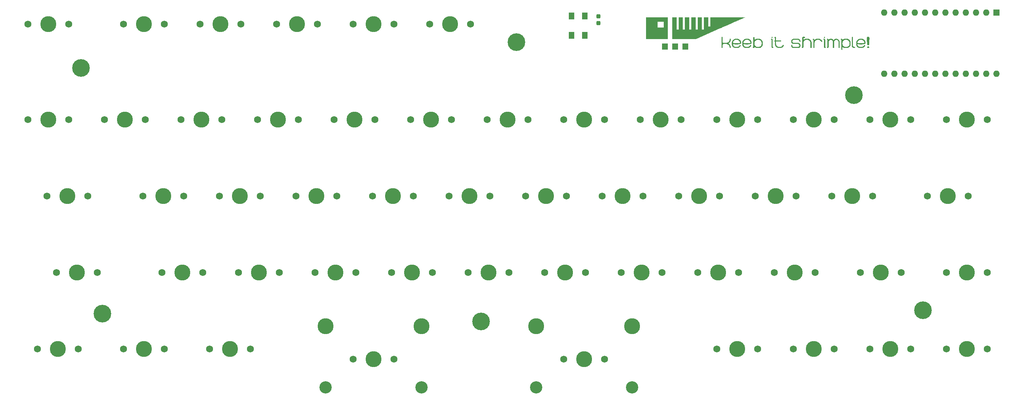
<source format=gts>
%TF.GenerationSoftware,KiCad,Pcbnew,8.0.4*%
%TF.CreationDate,2025-01-19T23:05:40-05:00*%
%TF.ProjectId,shrimple,73687269-6d70-46c6-952e-6b696361645f,rev?*%
%TF.SameCoordinates,Original*%
%TF.FileFunction,Soldermask,Top*%
%TF.FilePolarity,Negative*%
%FSLAX46Y46*%
G04 Gerber Fmt 4.6, Leading zero omitted, Abs format (unit mm)*
G04 Created by KiCad (PCBNEW 8.0.4) date 2025-01-19 23:05:40*
%MOMM*%
%LPD*%
G01*
G04 APERTURE LIST*
G04 Aperture macros list*
%AMRoundRect*
0 Rectangle with rounded corners*
0 $1 Rounding radius*
0 $2 $3 $4 $5 $6 $7 $8 $9 X,Y pos of 4 corners*
0 Add a 4 corners polygon primitive as box body*
4,1,4,$2,$3,$4,$5,$6,$7,$8,$9,$2,$3,0*
0 Add four circle primitives for the rounded corners*
1,1,$1+$1,$2,$3*
1,1,$1+$1,$4,$5*
1,1,$1+$1,$6,$7*
1,1,$1+$1,$8,$9*
0 Add four rect primitives between the rounded corners*
20,1,$1+$1,$2,$3,$4,$5,0*
20,1,$1+$1,$4,$5,$6,$7,0*
20,1,$1+$1,$6,$7,$8,$9,0*
20,1,$1+$1,$8,$9,$2,$3,0*%
G04 Aperture macros list end*
%ADD10C,0.100000*%
%ADD11C,0.000000*%
%ADD12C,2.600000*%
%ADD13C,4.400000*%
%ADD14C,1.750000*%
%ADD15C,3.987800*%
%ADD16C,3.048000*%
%ADD17RoundRect,0.237500X-0.237500X0.300000X-0.237500X-0.300000X0.237500X-0.300000X0.237500X0.300000X0*%
%ADD18R,1.400000X1.800000*%
%ADD19R,1.600000X1.600000*%
%ADD20O,1.600000X1.600000*%
G04 APERTURE END LIST*
D10*
G36*
X207343893Y-42893984D02*
G01*
X207427809Y-42843354D01*
X207521140Y-42775073D01*
X207606434Y-42698583D01*
X207683692Y-42613884D01*
X207752911Y-42520976D01*
X207784508Y-42471444D01*
X207833480Y-42382653D01*
X207874152Y-42291525D01*
X207906524Y-42198059D01*
X207930595Y-42102256D01*
X207946366Y-42004115D01*
X207953837Y-41903637D01*
X207954501Y-41862791D01*
X207920841Y-41770360D01*
X207910537Y-41759232D01*
X207819951Y-41715655D01*
X207808932Y-41715268D01*
X207714874Y-41751375D01*
X207706838Y-41759232D01*
X207664042Y-41848403D01*
X207663363Y-41863279D01*
X207657150Y-41974851D01*
X207638509Y-42081199D01*
X207607442Y-42182324D01*
X207563949Y-42278225D01*
X207508028Y-42368903D01*
X207439681Y-42454357D01*
X207408862Y-42487076D01*
X207326449Y-42561942D01*
X207238884Y-42624119D01*
X207146167Y-42673606D01*
X207048299Y-42710405D01*
X206945278Y-42734515D01*
X206837105Y-42745935D01*
X206792393Y-42746950D01*
X206213538Y-42746950D01*
X206114549Y-42730494D01*
X206029585Y-42681127D01*
X206007885Y-42660976D01*
X205949448Y-42578350D01*
X205923736Y-42482633D01*
X205922400Y-42452882D01*
X205922400Y-41363070D01*
X205917027Y-41363070D01*
X205866713Y-41280516D01*
X205774389Y-41246322D01*
X205681577Y-41280516D01*
X205631263Y-41363070D01*
X205631263Y-43943740D01*
X205636636Y-43943740D01*
X205686950Y-44025806D01*
X205780251Y-44060000D01*
X205872086Y-44025806D01*
X205922400Y-43943740D01*
X205922400Y-43331667D01*
X205938762Y-43232344D01*
X205987850Y-43147233D01*
X206007885Y-43125526D01*
X206088842Y-43066755D01*
X206183824Y-43040896D01*
X206213538Y-43039553D01*
X206792393Y-43039553D01*
X206902627Y-43045814D01*
X207007708Y-43064597D01*
X207107638Y-43095903D01*
X207202416Y-43139731D01*
X207292041Y-43196081D01*
X207376515Y-43264953D01*
X207408862Y-43296008D01*
X207482180Y-43378457D01*
X207543072Y-43466129D01*
X207591536Y-43559025D01*
X207627574Y-43657144D01*
X207651185Y-43760487D01*
X207662369Y-43869053D01*
X207663363Y-43913942D01*
X207696649Y-44006693D01*
X207706838Y-44017501D01*
X207797825Y-44059626D01*
X207808932Y-44060000D01*
X207902505Y-44025096D01*
X207910537Y-44017501D01*
X207953814Y-43928650D01*
X207954501Y-43913454D01*
X207950350Y-43812992D01*
X207937900Y-43714940D01*
X207917149Y-43619296D01*
X207881291Y-43507704D01*
X207842279Y-43417360D01*
X207794966Y-43329426D01*
X207784508Y-43312128D01*
X207719306Y-43215866D01*
X207646068Y-43127847D01*
X207564792Y-43048071D01*
X207475479Y-42976538D01*
X207378129Y-42913249D01*
X207343893Y-42893984D01*
G37*
G36*
X209587111Y-41720138D02*
G01*
X209689724Y-41734747D01*
X209788367Y-41759094D01*
X209883042Y-41793182D01*
X209973748Y-41837008D01*
X210060484Y-41890573D01*
X210143252Y-41953878D01*
X210222051Y-42026922D01*
X210294179Y-42106835D01*
X210356690Y-42190748D01*
X210409584Y-42278660D01*
X210452861Y-42370572D01*
X210486520Y-42466483D01*
X210510563Y-42566393D01*
X210524989Y-42670303D01*
X210529797Y-42778213D01*
X210522737Y-42831427D01*
X210466256Y-42925949D01*
X210386829Y-42986422D01*
X210296371Y-43029995D01*
X210183850Y-43067366D01*
X210077948Y-43092798D01*
X210003355Y-43106994D01*
X209904338Y-43122078D01*
X209798906Y-43134205D01*
X209687058Y-43143373D01*
X209568793Y-43149584D01*
X209469562Y-43152424D01*
X209366224Y-43153370D01*
X209263800Y-43152477D01*
X209165720Y-43149798D01*
X209041706Y-43143448D01*
X208925415Y-43133922D01*
X208816850Y-43121222D01*
X208716008Y-43105346D01*
X208600818Y-43081036D01*
X208497697Y-43051765D01*
X208498546Y-43088894D01*
X208511283Y-43195929D01*
X208539304Y-43296439D01*
X208582609Y-43390423D01*
X208641199Y-43477881D01*
X208715073Y-43558813D01*
X208742758Y-43584071D01*
X208829775Y-43650068D01*
X208922735Y-43701399D01*
X209021636Y-43738065D01*
X209126479Y-43760064D01*
X209237264Y-43767397D01*
X209462944Y-43767397D01*
X209567419Y-43760375D01*
X209667864Y-43739309D01*
X209764279Y-43704199D01*
X209856664Y-43655045D01*
X209941782Y-43594289D01*
X210016887Y-43523398D01*
X210081978Y-43442370D01*
X210137055Y-43351207D01*
X210142446Y-43341449D01*
X210221563Y-43279888D01*
X210232332Y-43276737D01*
X210332449Y-43289658D01*
X210342381Y-43295053D01*
X210404745Y-43374654D01*
X210408767Y-43389003D01*
X210395464Y-43486029D01*
X210377922Y-43518868D01*
X210319962Y-43612119D01*
X210253999Y-43697471D01*
X210180034Y-43774922D01*
X210098065Y-43844474D01*
X210008094Y-43906127D01*
X209976656Y-43924760D01*
X209880233Y-43973446D01*
X209780651Y-44011313D01*
X209677909Y-44038361D01*
X209572006Y-44054590D01*
X209462944Y-44060000D01*
X209237264Y-44060000D01*
X209130209Y-44055153D01*
X209027154Y-44040613D01*
X208928098Y-44016379D01*
X208833042Y-43982452D01*
X208741985Y-43938832D01*
X208654928Y-43885519D01*
X208571870Y-43822511D01*
X208492812Y-43749811D01*
X208425721Y-43670150D01*
X208367576Y-43586504D01*
X208318377Y-43498874D01*
X208278122Y-43407260D01*
X208246813Y-43311662D01*
X208224450Y-43212080D01*
X208211032Y-43108513D01*
X208206559Y-43000963D01*
X208206559Y-42774305D01*
X208208197Y-42737669D01*
X208497697Y-42737669D01*
X208596037Y-42779503D01*
X208700892Y-42807753D01*
X208799768Y-42826025D01*
X208911971Y-42840451D01*
X209037501Y-42851030D01*
X209140393Y-42856439D01*
X209250782Y-42859685D01*
X209368667Y-42860767D01*
X209486377Y-42859685D01*
X209596608Y-42856439D01*
X209699360Y-42851030D01*
X209824730Y-42840451D01*
X209936803Y-42826025D01*
X210035580Y-42807753D01*
X210140354Y-42779503D01*
X210238660Y-42737669D01*
X210237791Y-42699815D01*
X210224768Y-42590696D01*
X210196118Y-42488240D01*
X210151839Y-42392447D01*
X210091933Y-42303317D01*
X210016399Y-42220851D01*
X209988213Y-42195060D01*
X209899559Y-42127672D01*
X209804757Y-42075259D01*
X209703806Y-42037821D01*
X209596707Y-42015359D01*
X209483461Y-42007871D01*
X209253384Y-42007871D01*
X209214952Y-42008703D01*
X209103755Y-42021182D01*
X208998706Y-42048637D01*
X208899804Y-42091066D01*
X208807051Y-42148471D01*
X208720446Y-42220851D01*
X208693473Y-42247599D01*
X208622993Y-42332287D01*
X208568176Y-42423637D01*
X208529021Y-42521651D01*
X208505528Y-42626328D01*
X208497697Y-42737669D01*
X208208197Y-42737669D01*
X208211368Y-42666762D01*
X208225793Y-42563218D01*
X208249836Y-42463674D01*
X208283496Y-42368129D01*
X208326772Y-42276584D01*
X208379666Y-42189038D01*
X208442177Y-42105492D01*
X208514305Y-42025945D01*
X208593104Y-41953130D01*
X208675872Y-41890024D01*
X208762609Y-41836626D01*
X208853314Y-41792937D01*
X208947989Y-41758957D01*
X209046632Y-41734685D01*
X209149245Y-41720122D01*
X209255826Y-41715268D01*
X209480530Y-41715268D01*
X209587111Y-41720138D01*
G37*
G36*
X212193671Y-41720138D02*
G01*
X212296284Y-41734747D01*
X212394927Y-41759094D01*
X212489602Y-41793182D01*
X212580307Y-41837008D01*
X212667044Y-41890573D01*
X212749812Y-41953878D01*
X212828611Y-42026922D01*
X212900739Y-42106835D01*
X212963250Y-42190748D01*
X213016144Y-42278660D01*
X213059420Y-42370572D01*
X213093080Y-42466483D01*
X213117123Y-42566393D01*
X213131548Y-42670303D01*
X213136357Y-42778213D01*
X213129297Y-42831427D01*
X213072815Y-42925949D01*
X212993389Y-42986422D01*
X212902931Y-43029995D01*
X212790410Y-43067366D01*
X212684508Y-43092798D01*
X212609914Y-43106994D01*
X212510898Y-43122078D01*
X212405466Y-43134205D01*
X212293617Y-43143373D01*
X212175353Y-43149584D01*
X212076121Y-43152424D01*
X211972784Y-43153370D01*
X211870359Y-43152477D01*
X211772280Y-43149798D01*
X211648265Y-43143448D01*
X211531975Y-43133922D01*
X211423409Y-43121222D01*
X211322567Y-43105346D01*
X211207377Y-43081036D01*
X211104256Y-43051765D01*
X211105105Y-43088894D01*
X211117842Y-43195929D01*
X211145863Y-43296439D01*
X211189169Y-43390423D01*
X211247759Y-43477881D01*
X211321632Y-43558813D01*
X211349318Y-43584071D01*
X211436335Y-43650068D01*
X211529294Y-43701399D01*
X211628195Y-43738065D01*
X211733039Y-43760064D01*
X211843824Y-43767397D01*
X212069504Y-43767397D01*
X212173979Y-43760375D01*
X212274424Y-43739309D01*
X212370839Y-43704199D01*
X212463224Y-43655045D01*
X212548342Y-43594289D01*
X212623447Y-43523398D01*
X212688538Y-43442370D01*
X212743614Y-43351207D01*
X212749005Y-43341449D01*
X212828122Y-43279888D01*
X212838891Y-43276737D01*
X212939009Y-43289658D01*
X212948940Y-43295053D01*
X213011304Y-43374654D01*
X213015327Y-43389003D01*
X213002023Y-43486029D01*
X212984482Y-43518868D01*
X212926522Y-43612119D01*
X212860559Y-43697471D01*
X212786593Y-43774922D01*
X212704625Y-43844474D01*
X212614654Y-43906127D01*
X212583215Y-43924760D01*
X212486793Y-43973446D01*
X212387211Y-44011313D01*
X212284468Y-44038361D01*
X212178566Y-44054590D01*
X212069504Y-44060000D01*
X211843824Y-44060000D01*
X211736769Y-44055153D01*
X211633714Y-44040613D01*
X211534658Y-44016379D01*
X211439602Y-43982452D01*
X211348545Y-43938832D01*
X211261488Y-43885519D01*
X211178430Y-43822511D01*
X211099371Y-43749811D01*
X211032281Y-43670150D01*
X210974136Y-43586504D01*
X210924936Y-43498874D01*
X210884682Y-43407260D01*
X210853373Y-43311662D01*
X210831010Y-43212080D01*
X210817592Y-43108513D01*
X210813119Y-43000963D01*
X210813119Y-42774305D01*
X210814757Y-42737669D01*
X211104256Y-42737669D01*
X211202596Y-42779503D01*
X211307452Y-42807753D01*
X211406328Y-42826025D01*
X211518531Y-42840451D01*
X211644060Y-42851030D01*
X211746953Y-42856439D01*
X211857341Y-42859685D01*
X211975226Y-42860767D01*
X212092937Y-42859685D01*
X212203168Y-42856439D01*
X212305920Y-42851030D01*
X212431289Y-42840451D01*
X212543362Y-42826025D01*
X212642140Y-42807753D01*
X212746913Y-42779503D01*
X212845219Y-42737669D01*
X212844351Y-42699815D01*
X212831328Y-42590696D01*
X212802677Y-42488240D01*
X212758399Y-42392447D01*
X212698492Y-42303317D01*
X212622958Y-42220851D01*
X212594773Y-42195060D01*
X212506119Y-42127672D01*
X212411316Y-42075259D01*
X212310366Y-42037821D01*
X212203267Y-42015359D01*
X212090020Y-42007871D01*
X211859944Y-42007871D01*
X211821512Y-42008703D01*
X211710314Y-42021182D01*
X211605265Y-42048637D01*
X211506364Y-42091066D01*
X211413611Y-42148471D01*
X211327006Y-42220851D01*
X211300032Y-42247599D01*
X211229553Y-42332287D01*
X211174736Y-42423637D01*
X211135580Y-42521651D01*
X211112087Y-42626328D01*
X211104256Y-42737669D01*
X210814757Y-42737669D01*
X210817927Y-42666762D01*
X210832353Y-42563218D01*
X210856396Y-42463674D01*
X210890055Y-42368129D01*
X210933332Y-42276584D01*
X210986226Y-42189038D01*
X211048737Y-42105492D01*
X211120865Y-42025945D01*
X211199664Y-41953130D01*
X211282431Y-41890024D01*
X211369168Y-41836626D01*
X211459874Y-41792937D01*
X211554549Y-41758957D01*
X211653192Y-41734685D01*
X211755805Y-41720122D01*
X211862386Y-41715268D01*
X212087090Y-41715268D01*
X212193671Y-41720138D01*
G37*
G36*
X213726280Y-41246986D02*
G01*
X213814863Y-41288820D01*
X213824824Y-41299742D01*
X213857362Y-41392868D01*
X213857362Y-42023014D01*
X213934466Y-41950886D01*
X214015570Y-41888375D01*
X214100673Y-41835481D01*
X214189776Y-41792205D01*
X214282879Y-41758545D01*
X214379980Y-41734502D01*
X214481082Y-41720077D01*
X214586182Y-41715268D01*
X214878785Y-41715268D01*
X214982505Y-41719970D01*
X215082392Y-41734075D01*
X215178448Y-41757583D01*
X215270673Y-41790495D01*
X215359066Y-41832810D01*
X215443627Y-41884528D01*
X215524357Y-41945650D01*
X215601256Y-42016175D01*
X215671094Y-42093333D01*
X215731620Y-42174353D01*
X215782835Y-42259235D01*
X215824738Y-42347979D01*
X215857329Y-42440585D01*
X215880608Y-42537054D01*
X215894576Y-42637384D01*
X215899232Y-42741577D01*
X215899232Y-43034180D01*
X215894576Y-43138578D01*
X215880608Y-43239038D01*
X215857329Y-43335560D01*
X215824738Y-43428143D01*
X215782835Y-43516788D01*
X215731620Y-43601495D01*
X215671094Y-43682263D01*
X215601256Y-43759092D01*
X215524357Y-43829617D01*
X215443627Y-43890739D01*
X215359066Y-43942458D01*
X215270673Y-43984773D01*
X215178448Y-44017684D01*
X215082392Y-44041193D01*
X214982505Y-44055298D01*
X214878785Y-44060000D01*
X214586182Y-44060000D01*
X214481082Y-44055168D01*
X214379980Y-44040674D01*
X214282879Y-44016517D01*
X214189776Y-43982697D01*
X214100673Y-43939214D01*
X214015570Y-43886068D01*
X213934466Y-43823259D01*
X213857362Y-43750788D01*
X213857362Y-43767397D01*
X213840509Y-43865338D01*
X213789951Y-43950090D01*
X213714480Y-44013471D01*
X213621912Y-44049253D01*
X213565736Y-44060000D01*
X213550761Y-44059335D01*
X213462177Y-44017501D01*
X213452216Y-44006571D01*
X213419678Y-43912965D01*
X213420052Y-43901767D01*
X213462177Y-43809895D01*
X213473206Y-43799934D01*
X213566224Y-43767397D01*
X213566224Y-42777725D01*
X213857362Y-42777725D01*
X213857362Y-42998032D01*
X213858238Y-43037481D01*
X213871375Y-43151477D01*
X213900278Y-43258948D01*
X213944946Y-43359893D01*
X214005379Y-43454312D01*
X214081577Y-43542205D01*
X214110025Y-43569474D01*
X214199699Y-43640726D01*
X214295863Y-43696144D01*
X214398520Y-43735729D01*
X214507668Y-43759480D01*
X214623307Y-43767397D01*
X214842149Y-43767397D01*
X214881474Y-43766517D01*
X214995075Y-43753322D01*
X215102117Y-43724293D01*
X215202598Y-43679431D01*
X215296519Y-43618735D01*
X215383879Y-43542205D01*
X215411030Y-43513632D01*
X215481974Y-43423564D01*
X215537151Y-43326969D01*
X215576564Y-43223849D01*
X215600212Y-43114203D01*
X215608094Y-42998032D01*
X215608094Y-42777725D01*
X215607219Y-42738216D01*
X215594081Y-42624065D01*
X215565178Y-42516474D01*
X215520510Y-42415444D01*
X215460078Y-42320973D01*
X215383879Y-42233063D01*
X215355488Y-42205794D01*
X215265941Y-42134542D01*
X215169833Y-42079123D01*
X215067165Y-42039539D01*
X214957937Y-42015788D01*
X214842149Y-42007871D01*
X214623307Y-42007871D01*
X214584039Y-42008751D01*
X214470564Y-42021946D01*
X214363580Y-42050974D01*
X214263087Y-42095837D01*
X214169086Y-42156533D01*
X214081577Y-42233063D01*
X214054426Y-42261638D01*
X213983483Y-42351734D01*
X213928305Y-42448392D01*
X213888892Y-42551609D01*
X213865244Y-42661387D01*
X213857362Y-42777725D01*
X213566224Y-42777725D01*
X213566224Y-41392868D01*
X213566888Y-41377778D01*
X213608722Y-41288820D01*
X213616845Y-41281225D01*
X213711304Y-41246322D01*
X213726280Y-41246986D01*
G37*
G36*
X218217585Y-41538925D02*
G01*
X218311242Y-41504021D01*
X218319190Y-41496427D01*
X218362467Y-41407843D01*
X218363154Y-41392868D01*
X218329494Y-41299742D01*
X218319190Y-41288820D01*
X218228688Y-41246695D01*
X218217585Y-41246322D01*
X218123527Y-41281225D01*
X218115491Y-41288820D01*
X218072696Y-41377778D01*
X218072016Y-41392868D01*
X218105302Y-41485512D01*
X218115491Y-41496427D01*
X218206478Y-41538551D01*
X218217585Y-41538925D01*
G37*
G36*
X218394417Y-42009337D02*
G01*
X218377808Y-41911029D01*
X218327983Y-41825177D01*
X218248265Y-41759546D01*
X218161898Y-41727969D01*
X218106699Y-41715268D01*
X218012641Y-41751375D01*
X218004605Y-41759232D01*
X217962965Y-41850703D01*
X217962595Y-41861814D01*
X217996295Y-41955872D01*
X218003628Y-41963907D01*
X218092443Y-42007485D01*
X218103279Y-42007871D01*
X218103279Y-43767397D01*
X218120132Y-43865338D01*
X218170690Y-43950090D01*
X218245062Y-44013471D01*
X218337264Y-44049253D01*
X218394905Y-44060000D01*
X218489364Y-44025096D01*
X218497487Y-44017501D01*
X218540283Y-43928169D01*
X218540963Y-43912965D01*
X218507677Y-43820802D01*
X218497487Y-43809895D01*
X218409171Y-43768061D01*
X218394417Y-43767397D01*
X218394417Y-42009337D01*
G37*
G36*
X221044940Y-43303335D02*
G01*
X220947327Y-43289551D01*
X220933077Y-43293565D01*
X220853476Y-43355210D01*
X220848080Y-43364884D01*
X220795263Y-43453422D01*
X220732554Y-43531946D01*
X220659952Y-43600457D01*
X220577459Y-43658953D01*
X220488128Y-43706397D01*
X220395010Y-43740286D01*
X220298107Y-43760619D01*
X220197418Y-43767397D01*
X219977110Y-43767397D01*
X219865930Y-43759754D01*
X219761001Y-43736828D01*
X219662323Y-43698617D01*
X219569897Y-43645122D01*
X219483721Y-43576343D01*
X219456385Y-43550020D01*
X219383009Y-43465344D01*
X219324814Y-43374349D01*
X219281801Y-43277033D01*
X219253968Y-43173398D01*
X219241317Y-43063443D01*
X219240474Y-43025387D01*
X219240474Y-42445554D01*
X220346406Y-42445554D01*
X220440463Y-42409447D01*
X220448499Y-42401591D01*
X220490624Y-42310604D01*
X220490997Y-42299497D01*
X220456094Y-42204955D01*
X220448499Y-42196915D01*
X220357512Y-42153338D01*
X220346406Y-42152951D01*
X219240474Y-42152951D01*
X219240474Y-41537948D01*
X219223621Y-41440739D01*
X219173063Y-41356231D01*
X219097592Y-41292850D01*
X219005024Y-41257069D01*
X218948848Y-41246322D01*
X218856204Y-41278860D01*
X218845289Y-41288820D01*
X218803455Y-41377778D01*
X218802791Y-41392868D01*
X218835329Y-41485512D01*
X218845289Y-41496427D01*
X218934354Y-41538261D01*
X218949337Y-41538925D01*
X218949337Y-42152951D01*
X218856318Y-42186611D01*
X218845289Y-42196915D01*
X218803164Y-42288303D01*
X218802791Y-42299497D01*
X218837694Y-42393555D01*
X218845289Y-42401591D01*
X218934354Y-42444867D01*
X218949337Y-42445554D01*
X218949337Y-43025387D01*
X218954031Y-43130304D01*
X218968113Y-43231345D01*
X218991583Y-43328507D01*
X219024441Y-43421793D01*
X219066688Y-43511201D01*
X219118322Y-43596732D01*
X219179345Y-43678385D01*
X219249755Y-43756161D01*
X219327264Y-43827373D01*
X219408605Y-43889091D01*
X219493777Y-43941313D01*
X219582780Y-43984040D01*
X219675616Y-44017272D01*
X219772282Y-44041010D01*
X219872781Y-44055252D01*
X219977110Y-44060000D01*
X220197418Y-44060000D01*
X220303635Y-44054693D01*
X220406863Y-44038773D01*
X220507104Y-44012240D01*
X220604357Y-43975095D01*
X220698621Y-43927336D01*
X220729378Y-43909057D01*
X220816756Y-43848974D01*
X220896441Y-43781196D01*
X220968431Y-43705725D01*
X221032728Y-43622561D01*
X221089331Y-43531702D01*
X221106489Y-43499706D01*
X221120274Y-43402681D01*
X221116259Y-43388332D01*
X221054614Y-43308730D01*
X221044940Y-43303335D01*
G37*
G36*
X222978367Y-43403963D02*
G01*
X222985116Y-43502716D01*
X223010050Y-43611024D01*
X223053357Y-43711900D01*
X223115036Y-43805342D01*
X223170341Y-43867536D01*
X223244897Y-43932944D01*
X223338823Y-43992149D01*
X223440230Y-44032934D01*
X223549116Y-44055301D01*
X223631472Y-44060000D01*
X224648011Y-44060000D01*
X224746397Y-44053233D01*
X224854278Y-44028236D01*
X224954726Y-43984818D01*
X225047741Y-43922982D01*
X225109630Y-43867536D01*
X225174871Y-43792283D01*
X225233926Y-43697628D01*
X225274608Y-43595587D01*
X225296918Y-43486160D01*
X225301605Y-43403475D01*
X225294855Y-43304259D01*
X225269921Y-43195626D01*
X225226614Y-43094660D01*
X225164935Y-43001361D01*
X225109630Y-42939413D01*
X225034926Y-42874006D01*
X224940912Y-42814801D01*
X224839512Y-42774015D01*
X224730726Y-42751649D01*
X224648499Y-42746950D01*
X223632449Y-42746950D01*
X223535041Y-42734136D01*
X223440233Y-42690928D01*
X223376971Y-42638506D01*
X223315786Y-42558478D01*
X223278005Y-42459457D01*
X223269504Y-42377166D01*
X223282203Y-42277917D01*
X223325022Y-42181494D01*
X223376971Y-42117292D01*
X223454984Y-42054995D01*
X223551807Y-42016526D01*
X223632449Y-42007871D01*
X224647522Y-42007871D01*
X224745371Y-42020801D01*
X224840133Y-42064398D01*
X224903000Y-42117292D01*
X224964185Y-42196764D01*
X225001966Y-42295442D01*
X225010467Y-42377655D01*
X225043005Y-42470299D01*
X225052965Y-42481214D01*
X225140801Y-42524971D01*
X225155547Y-42525666D01*
X225247871Y-42492006D01*
X225259106Y-42481702D01*
X225300940Y-42393012D01*
X225301605Y-42378143D01*
X225294855Y-42278343D01*
X225269921Y-42168943D01*
X225226614Y-42067115D01*
X225164935Y-41972861D01*
X225109630Y-41910174D01*
X225034909Y-41843936D01*
X224940832Y-41783980D01*
X224839322Y-41742677D01*
X224730378Y-41720027D01*
X224648011Y-41715268D01*
X223631472Y-41715268D01*
X223533103Y-41722120D01*
X223425285Y-41747435D01*
X223324947Y-41791403D01*
X223232089Y-41854024D01*
X223170341Y-41910174D01*
X223105100Y-41985679D01*
X223046045Y-42080801D01*
X223005363Y-42183497D01*
X222983053Y-42293766D01*
X222978367Y-42377166D01*
X222985116Y-42477396D01*
X223010050Y-42586993D01*
X223053357Y-42688690D01*
X223115036Y-42782487D01*
X223170341Y-42844647D01*
X223244879Y-42910885D01*
X223338743Y-42970841D01*
X223440039Y-43012144D01*
X223548769Y-43034794D01*
X223630983Y-43039553D01*
X224647522Y-43039553D01*
X224745150Y-43052078D01*
X224839935Y-43094313D01*
X224903000Y-43145554D01*
X224964185Y-43224738D01*
X225001966Y-43322442D01*
X225010467Y-43403475D01*
X224997768Y-43501439D01*
X224954950Y-43596590D01*
X224903000Y-43659930D01*
X224825207Y-43721114D01*
X224728361Y-43758896D01*
X224647522Y-43767397D01*
X223632449Y-43767397D01*
X223534821Y-43754698D01*
X223440036Y-43711879D01*
X223376971Y-43659930D01*
X223315786Y-43581581D01*
X223278005Y-43484391D01*
X223269504Y-43403475D01*
X223236966Y-43311151D01*
X223227006Y-43299916D01*
X223135618Y-43258275D01*
X223124424Y-43257906D01*
X223031993Y-43290444D01*
X223020865Y-43300404D01*
X222979031Y-43389202D01*
X222978367Y-43403963D01*
G37*
G36*
X226757780Y-41715268D02*
G01*
X226653160Y-41720077D01*
X226552525Y-41734502D01*
X226455873Y-41758545D01*
X226363206Y-41792205D01*
X226274523Y-41835481D01*
X226189824Y-41888375D01*
X226109110Y-41950886D01*
X226032379Y-42023014D01*
X226032379Y-41538925D01*
X226322051Y-41538925D01*
X226414428Y-41506387D01*
X226425122Y-41496427D01*
X226466956Y-41407843D01*
X226467620Y-41392868D01*
X226435082Y-41299742D01*
X226425122Y-41288820D01*
X226333416Y-41246695D01*
X226322051Y-41246322D01*
X225885833Y-41246322D01*
X225791776Y-41281225D01*
X225783740Y-41288820D01*
X225741906Y-41377778D01*
X225741242Y-41392868D01*
X225741242Y-43767397D01*
X225649439Y-43802300D01*
X225641591Y-43809895D01*
X225600918Y-43901767D01*
X225600558Y-43912965D01*
X225632721Y-44006571D01*
X225642568Y-44017501D01*
X225733554Y-44059626D01*
X225744661Y-44060000D01*
X225799860Y-44049253D01*
X225891451Y-44013471D01*
X225965945Y-43950090D01*
X226015771Y-43865338D01*
X226032379Y-43767397D01*
X226032379Y-43033203D01*
X226032379Y-43015129D01*
X226032379Y-42997543D01*
X226032379Y-42777725D01*
X226040227Y-42661387D01*
X226063772Y-42551609D01*
X226103013Y-42448392D01*
X226157950Y-42351734D01*
X226228584Y-42261638D01*
X226255617Y-42233063D01*
X226342411Y-42156533D01*
X226435731Y-42095837D01*
X226535577Y-42050974D01*
X226641948Y-42021946D01*
X226754846Y-42008751D01*
X226793928Y-42007871D01*
X227011793Y-42007871D01*
X227126866Y-42015788D01*
X227235413Y-42039539D01*
X227337434Y-42079123D01*
X227432929Y-42134542D01*
X227521898Y-42205794D01*
X227550104Y-42233063D01*
X227625970Y-42320824D01*
X227686140Y-42415215D01*
X227730613Y-42516234D01*
X227759390Y-42623882D01*
X227772470Y-42738159D01*
X227773342Y-42777725D01*
X227773342Y-42997543D01*
X227773342Y-43015129D01*
X227773342Y-43033203D01*
X227773342Y-43943251D01*
X227778715Y-43943251D01*
X227829030Y-44025806D01*
X227922819Y-44060000D01*
X228014166Y-44025806D01*
X228064480Y-43943251D01*
X228064480Y-42741577D01*
X228059847Y-42637384D01*
X228045948Y-42537054D01*
X228022783Y-42440585D01*
X227990352Y-42347979D01*
X227948655Y-42259235D01*
X227897692Y-42174353D01*
X227837464Y-42093333D01*
X227767969Y-42016175D01*
X227691444Y-41945650D01*
X227611104Y-41884528D01*
X227526947Y-41832810D01*
X227416384Y-41781385D01*
X227299858Y-41744654D01*
X227202344Y-41725847D01*
X227101014Y-41716444D01*
X227048918Y-41715268D01*
X226757780Y-41715268D01*
G37*
G36*
X230704256Y-42289727D02*
G01*
X230648930Y-42193677D01*
X230585531Y-42105561D01*
X230514062Y-42025378D01*
X230434521Y-41953130D01*
X230346908Y-41888816D01*
X230315910Y-41869141D01*
X230220575Y-41816848D01*
X230122149Y-41775375D01*
X230020632Y-41744720D01*
X229916024Y-41724885D01*
X229808324Y-41715869D01*
X229771737Y-41715268D01*
X229545080Y-41715268D01*
X229435087Y-41720443D01*
X229329322Y-41735968D01*
X229227785Y-41761842D01*
X229130478Y-41798066D01*
X229037398Y-41844641D01*
X228948547Y-41901564D01*
X228863925Y-41968838D01*
X228783531Y-42046461D01*
X228783531Y-42007871D01*
X228766922Y-41910174D01*
X228717096Y-41825177D01*
X228637379Y-41759133D01*
X228551011Y-41726503D01*
X228495812Y-41715268D01*
X228401755Y-41750573D01*
X228393719Y-41758255D01*
X228352366Y-41847213D01*
X228351709Y-41862302D01*
X228385409Y-41957246D01*
X228392742Y-41965373D01*
X228481557Y-42007498D01*
X228492393Y-42007871D01*
X228492393Y-43912965D01*
X228524931Y-44006571D01*
X228534891Y-44017501D01*
X228626362Y-44059626D01*
X228637473Y-44060000D01*
X228730118Y-44027462D01*
X228741032Y-44017501D01*
X228782867Y-43928169D01*
X228783531Y-43912965D01*
X228783531Y-42774305D01*
X228791362Y-42658683D01*
X228814855Y-42549586D01*
X228854010Y-42447016D01*
X228908827Y-42350971D01*
X228979306Y-42261452D01*
X229006280Y-42233063D01*
X229093538Y-42156533D01*
X229187149Y-42095837D01*
X229287115Y-42050974D01*
X229393435Y-42021946D01*
X229506110Y-42008751D01*
X229545080Y-42007871D01*
X229771737Y-42007871D01*
X229875754Y-42014924D01*
X229975802Y-42036081D01*
X230071881Y-42071344D01*
X230163991Y-42120711D01*
X230249842Y-42181436D01*
X230325191Y-42252236D01*
X230390038Y-42333111D01*
X230444382Y-42424061D01*
X230516884Y-42490419D01*
X230530844Y-42495380D01*
X230631224Y-42491077D01*
X230641242Y-42486099D01*
X230708615Y-42414665D01*
X230714026Y-42400614D01*
X230708990Y-42299749D01*
X230704256Y-42289727D01*
G37*
G36*
X231266015Y-41538925D02*
G01*
X231359671Y-41504021D01*
X231367620Y-41496427D01*
X231410897Y-41407843D01*
X231411584Y-41392868D01*
X231377924Y-41299742D01*
X231367620Y-41288820D01*
X231277117Y-41246695D01*
X231266015Y-41246322D01*
X231171957Y-41281225D01*
X231163921Y-41288820D01*
X231121125Y-41377778D01*
X231120446Y-41392868D01*
X231153732Y-41485512D01*
X231163921Y-41496427D01*
X231254908Y-41538551D01*
X231266015Y-41538925D01*
G37*
G36*
X231442847Y-42009337D02*
G01*
X231426238Y-41911029D01*
X231376413Y-41825177D01*
X231296695Y-41759546D01*
X231210327Y-41727969D01*
X231155129Y-41715268D01*
X231061071Y-41751375D01*
X231053035Y-41759232D01*
X231011395Y-41850703D01*
X231011025Y-41861814D01*
X231044725Y-41955872D01*
X231052058Y-41963907D01*
X231140873Y-42007485D01*
X231151709Y-42007871D01*
X231151709Y-43767397D01*
X231168562Y-43865338D01*
X231219120Y-43950090D01*
X231293492Y-44013471D01*
X231385694Y-44049253D01*
X231443335Y-44060000D01*
X231537794Y-44025096D01*
X231545917Y-44017501D01*
X231588713Y-43928169D01*
X231589392Y-43912965D01*
X231556107Y-43820802D01*
X231545917Y-43809895D01*
X231457600Y-43768061D01*
X231442847Y-43767397D01*
X231442847Y-42009337D01*
G37*
G36*
X234206699Y-41715268D02*
G01*
X234103262Y-41721466D01*
X234003000Y-41740059D01*
X233905914Y-41771047D01*
X233812002Y-41814431D01*
X233727219Y-41867431D01*
X233650191Y-41929225D01*
X233580918Y-41999811D01*
X233519399Y-42079190D01*
X233458308Y-41999811D01*
X233389340Y-41929225D01*
X233312495Y-41867431D01*
X233227773Y-41814431D01*
X233134808Y-41771047D01*
X233038607Y-41740059D01*
X232939170Y-41721466D01*
X232836496Y-41715268D01*
X232721206Y-41722893D01*
X232611274Y-41745768D01*
X232506700Y-41783893D01*
X232407484Y-41837267D01*
X232313626Y-41905892D01*
X232283531Y-41932156D01*
X232242572Y-41839029D01*
X232169198Y-41766893D01*
X232076748Y-41728863D01*
X232066154Y-41726503D01*
X232010956Y-41715268D01*
X231916898Y-41750573D01*
X231908862Y-41758255D01*
X231867509Y-41847213D01*
X231866852Y-41862302D01*
X231900552Y-41957246D01*
X231907885Y-41965373D01*
X231996700Y-42007498D01*
X232007536Y-42007871D01*
X232007536Y-43767397D01*
X231915733Y-43802300D01*
X231907885Y-43809895D01*
X231867213Y-43901767D01*
X231866852Y-43912965D01*
X231899016Y-44006571D01*
X231908862Y-44017501D01*
X231999849Y-44059626D01*
X232010956Y-44060000D01*
X232066154Y-44049253D01*
X232157745Y-44013471D01*
X232232240Y-43950090D01*
X232282065Y-43865338D01*
X232298674Y-43767397D01*
X232298674Y-42550579D01*
X232308535Y-42442715D01*
X232338119Y-42342850D01*
X232387425Y-42250984D01*
X232456454Y-42167117D01*
X232539009Y-42097447D01*
X232629867Y-42047683D01*
X232729030Y-42017824D01*
X232836496Y-42007871D01*
X232943414Y-42017824D01*
X233042393Y-42047683D01*
X233133435Y-42097447D01*
X233216538Y-42167117D01*
X233285140Y-42250984D01*
X233334141Y-42342850D01*
X233363542Y-42442715D01*
X233373342Y-42550579D01*
X233373342Y-43912965D01*
X233405880Y-44006571D01*
X233415840Y-44017501D01*
X233504638Y-44059335D01*
X233519399Y-44060000D01*
X233613941Y-44025096D01*
X233621981Y-44017501D01*
X233663816Y-43928169D01*
X233664480Y-43912965D01*
X233664480Y-42550579D01*
X233674433Y-42442715D01*
X233704291Y-42342850D01*
X233754056Y-42250984D01*
X233823726Y-42167117D01*
X233907410Y-42097447D01*
X233999214Y-42047683D01*
X234099140Y-42017824D01*
X234207187Y-42007871D01*
X234315356Y-42017824D01*
X234415160Y-42047683D01*
X234506598Y-42097447D01*
X234589672Y-42167117D01*
X234659342Y-42250984D01*
X234709106Y-42342850D01*
X234738965Y-42442715D01*
X234748918Y-42550579D01*
X234748918Y-43912965D01*
X234781456Y-44006571D01*
X234791416Y-44017501D01*
X234882887Y-44059626D01*
X234893998Y-44060000D01*
X234987123Y-44027462D01*
X234998046Y-44017501D01*
X235039399Y-43928169D01*
X235040055Y-43912965D01*
X235040055Y-42550579D01*
X235034104Y-42444841D01*
X235016251Y-42344089D01*
X234986496Y-42248321D01*
X234944839Y-42157539D01*
X234891279Y-42071741D01*
X234825818Y-41990929D01*
X234796301Y-41960000D01*
X234717506Y-41889496D01*
X234633775Y-41830942D01*
X234545105Y-41784338D01*
X234451499Y-41749684D01*
X234352955Y-41726979D01*
X234249474Y-41716224D01*
X234206699Y-41715268D01*
G37*
G36*
X236817972Y-41716442D02*
G01*
X236919302Y-41725830D01*
X237016816Y-41744606D01*
X237133342Y-41781278D01*
X237243904Y-41832619D01*
X237328061Y-41884254D01*
X237408402Y-41945276D01*
X237484926Y-42015687D01*
X237554421Y-42092524D01*
X237614650Y-42173315D01*
X237665613Y-42258060D01*
X237707309Y-42346758D01*
X237739740Y-42439410D01*
X237762905Y-42536016D01*
X237776804Y-42636575D01*
X237781437Y-42741088D01*
X237781437Y-43034180D01*
X237776804Y-43138372D01*
X237762905Y-43238702D01*
X237739740Y-43335171D01*
X237707309Y-43427777D01*
X237665613Y-43516521D01*
X237614650Y-43601403D01*
X237554421Y-43682423D01*
X237484926Y-43759581D01*
X237427891Y-43813269D01*
X237348504Y-43876638D01*
X237265301Y-43930620D01*
X237178282Y-43975213D01*
X237064142Y-44017753D01*
X236968536Y-44041223D01*
X236869114Y-44055305D01*
X236765875Y-44060000D01*
X236474738Y-44060000D01*
X236370118Y-44055191D01*
X236269482Y-44040765D01*
X236172831Y-44016723D01*
X236080163Y-43983063D01*
X235991480Y-43939786D01*
X235906782Y-43886892D01*
X235826067Y-43824381D01*
X235749337Y-43752254D01*
X235749337Y-44381912D01*
X235748673Y-44397116D01*
X235706838Y-44486448D01*
X235695924Y-44496408D01*
X235603279Y-44528946D01*
X235592168Y-44528572D01*
X235500697Y-44486448D01*
X235490737Y-44475518D01*
X235458199Y-44381912D01*
X235458199Y-42777236D01*
X235749337Y-42777236D01*
X235749337Y-42997543D01*
X235750209Y-43036992D01*
X235763289Y-43150989D01*
X235792066Y-43258459D01*
X235836539Y-43359404D01*
X235896708Y-43453823D01*
X235972575Y-43541716D01*
X236000781Y-43569045D01*
X236089750Y-43640451D01*
X236185245Y-43695990D01*
X236287266Y-43735660D01*
X236395813Y-43759462D01*
X236510886Y-43767397D01*
X236728750Y-43767397D01*
X236767833Y-43766515D01*
X236880730Y-43753292D01*
X236987102Y-43724200D01*
X237086948Y-43679240D01*
X237180268Y-43618412D01*
X237267062Y-43541716D01*
X237294094Y-43513144D01*
X237364728Y-43423075D01*
X237419666Y-43326481D01*
X237458907Y-43223361D01*
X237482451Y-43113715D01*
X237490300Y-42997543D01*
X237490300Y-42777236D01*
X237489428Y-42737787D01*
X237476347Y-42623790D01*
X237447570Y-42516320D01*
X237403097Y-42415375D01*
X237342928Y-42320956D01*
X237267062Y-42233063D01*
X237238855Y-42205794D01*
X237149886Y-42134542D01*
X237054391Y-42079123D01*
X236952370Y-42039539D01*
X236843823Y-42015788D01*
X236728750Y-42007871D01*
X236510886Y-42007871D01*
X236471803Y-42008751D01*
X236358906Y-42021946D01*
X236252534Y-42050974D01*
X236152688Y-42095837D01*
X236059369Y-42156533D01*
X235972575Y-42233063D01*
X235945542Y-42261636D01*
X235874908Y-42351704D01*
X235819970Y-42448298D01*
X235780729Y-42551418D01*
X235757185Y-42661064D01*
X235749337Y-42777236D01*
X235458199Y-42777236D01*
X235458199Y-42007871D01*
X235447363Y-42007493D01*
X235358548Y-41964884D01*
X235351215Y-41956761D01*
X235317515Y-41862302D01*
X235318172Y-41847098D01*
X235359525Y-41757766D01*
X235367561Y-41750172D01*
X235461618Y-41715268D01*
X235516817Y-41726015D01*
X235608408Y-41761796D01*
X235682903Y-41825177D01*
X235732728Y-41910296D01*
X235749337Y-42008360D01*
X235749337Y-42024480D01*
X235826067Y-41952008D01*
X235906782Y-41889200D01*
X235991480Y-41836054D01*
X236080163Y-41792571D01*
X236172831Y-41758751D01*
X236269482Y-41734594D01*
X236370118Y-41720100D01*
X236474738Y-41715268D01*
X236765875Y-41715268D01*
X236817972Y-41716442D01*
G37*
G36*
X238751570Y-43767397D02*
G01*
X238650848Y-43755614D01*
X238551405Y-43715434D01*
X238471320Y-43654164D01*
X238463852Y-43646741D01*
X238400740Y-43566980D01*
X238361002Y-43477297D01*
X238344640Y-43377692D01*
X238344173Y-43356580D01*
X238344173Y-41392868D01*
X238311635Y-41299742D01*
X238301674Y-41288820D01*
X238210286Y-41246695D01*
X238199092Y-41246322D01*
X238106448Y-41278860D01*
X238095533Y-41288820D01*
X238053699Y-41377778D01*
X238053035Y-41392868D01*
X238053035Y-43356092D01*
X238060231Y-43462446D01*
X238081818Y-43562790D01*
X238117796Y-43657123D01*
X238168165Y-43745445D01*
X238232926Y-43827757D01*
X238257711Y-43853859D01*
X238337435Y-43923914D01*
X238423101Y-43979476D01*
X238514709Y-44020543D01*
X238612260Y-44047116D01*
X238715752Y-44059194D01*
X238751570Y-44060000D01*
X238845544Y-44025096D01*
X238853663Y-44017501D01*
X238896459Y-43928169D01*
X238897138Y-43912965D01*
X238863853Y-43820802D01*
X238853663Y-43809895D01*
X238762676Y-43767770D01*
X238751570Y-43767397D01*
G37*
G36*
X240553196Y-41720138D02*
G01*
X240655809Y-41734747D01*
X240754453Y-41759094D01*
X240849127Y-41793182D01*
X240939833Y-41837008D01*
X241026570Y-41890573D01*
X241109337Y-41953878D01*
X241188136Y-42026922D01*
X241260264Y-42106835D01*
X241322775Y-42190748D01*
X241375669Y-42278660D01*
X241418946Y-42370572D01*
X241452605Y-42466483D01*
X241476648Y-42566393D01*
X241491074Y-42670303D01*
X241495882Y-42778213D01*
X241488822Y-42831427D01*
X241432341Y-42925949D01*
X241352914Y-42986422D01*
X241262456Y-43029995D01*
X241149935Y-43067366D01*
X241044033Y-43092798D01*
X240969440Y-43106994D01*
X240870424Y-43122078D01*
X240764991Y-43134205D01*
X240653143Y-43143373D01*
X240534878Y-43149584D01*
X240435647Y-43152424D01*
X240332309Y-43153370D01*
X240229885Y-43152477D01*
X240131805Y-43149798D01*
X240007791Y-43143448D01*
X239891501Y-43133922D01*
X239782935Y-43121222D01*
X239682093Y-43105346D01*
X239566903Y-43081036D01*
X239463782Y-43051765D01*
X239464631Y-43088894D01*
X239477368Y-43195929D01*
X239505389Y-43296439D01*
X239548694Y-43390423D01*
X239607284Y-43477881D01*
X239681158Y-43558813D01*
X239708843Y-43584071D01*
X239795860Y-43650068D01*
X239888820Y-43701399D01*
X239987721Y-43738065D01*
X240092564Y-43760064D01*
X240203349Y-43767397D01*
X240429030Y-43767397D01*
X240533504Y-43760375D01*
X240633949Y-43739309D01*
X240730364Y-43704199D01*
X240822749Y-43655045D01*
X240907868Y-43594289D01*
X240982972Y-43523398D01*
X241048063Y-43442370D01*
X241103140Y-43351207D01*
X241108531Y-43341449D01*
X241187648Y-43279888D01*
X241198417Y-43276737D01*
X241298534Y-43289658D01*
X241308466Y-43295053D01*
X241370830Y-43374654D01*
X241374852Y-43389003D01*
X241361549Y-43486029D01*
X241344007Y-43518868D01*
X241286047Y-43612119D01*
X241220084Y-43697471D01*
X241146119Y-43774922D01*
X241064151Y-43844474D01*
X240974180Y-43906127D01*
X240942741Y-43924760D01*
X240846318Y-43973446D01*
X240746736Y-44011313D01*
X240643994Y-44038361D01*
X240538092Y-44054590D01*
X240429030Y-44060000D01*
X240203349Y-44060000D01*
X240096294Y-44055153D01*
X239993239Y-44040613D01*
X239894183Y-44016379D01*
X239799127Y-43982452D01*
X239708070Y-43938832D01*
X239621013Y-43885519D01*
X239537955Y-43822511D01*
X239458897Y-43749811D01*
X239391806Y-43670150D01*
X239333661Y-43586504D01*
X239284462Y-43498874D01*
X239244207Y-43407260D01*
X239212899Y-43311662D01*
X239190535Y-43212080D01*
X239177117Y-43108513D01*
X239172644Y-43000963D01*
X239172644Y-42774305D01*
X239174282Y-42737669D01*
X239463782Y-42737669D01*
X239562122Y-42779503D01*
X239666977Y-42807753D01*
X239765853Y-42826025D01*
X239878056Y-42840451D01*
X240003586Y-42851030D01*
X240106478Y-42856439D01*
X240216867Y-42859685D01*
X240334752Y-42860767D01*
X240452462Y-42859685D01*
X240562693Y-42856439D01*
X240665446Y-42851030D01*
X240790815Y-42840451D01*
X240902888Y-42826025D01*
X241001665Y-42807753D01*
X241106439Y-42779503D01*
X241204745Y-42737669D01*
X241203877Y-42699815D01*
X241190853Y-42590696D01*
X241162203Y-42488240D01*
X241117924Y-42392447D01*
X241058018Y-42303317D01*
X240982484Y-42220851D01*
X240954299Y-42195060D01*
X240865644Y-42127672D01*
X240770842Y-42075259D01*
X240669891Y-42037821D01*
X240562793Y-42015359D01*
X240449546Y-42007871D01*
X240219469Y-42007871D01*
X240181037Y-42008703D01*
X240069840Y-42021182D01*
X239964791Y-42048637D01*
X239865889Y-42091066D01*
X239773136Y-42148471D01*
X239686531Y-42220851D01*
X239659558Y-42247599D01*
X239589078Y-42332287D01*
X239534261Y-42423637D01*
X239495106Y-42521651D01*
X239471613Y-42626328D01*
X239463782Y-42737669D01*
X239174282Y-42737669D01*
X239177453Y-42666762D01*
X239191878Y-42563218D01*
X239215921Y-42463674D01*
X239249581Y-42368129D01*
X239292858Y-42276584D01*
X239345751Y-42189038D01*
X239408262Y-42105492D01*
X239480390Y-42025945D01*
X239559189Y-41953130D01*
X239641957Y-41890024D01*
X239728694Y-41836626D01*
X239819399Y-41792937D01*
X239914074Y-41758957D01*
X240012718Y-41734685D01*
X240115330Y-41720122D01*
X240221912Y-41715268D01*
X240446615Y-41715268D01*
X240553196Y-41720138D01*
G37*
G36*
X242138729Y-43591053D02*
G01*
X242038334Y-43612846D01*
X241972644Y-43659930D01*
X241917346Y-43745831D01*
X241904256Y-43825038D01*
X241925895Y-43925674D01*
X241972644Y-43991123D01*
X242059095Y-44046816D01*
X242138729Y-44060000D01*
X242239125Y-44038207D01*
X242304815Y-43991123D01*
X242360113Y-43904913D01*
X242373203Y-43825038D01*
X242351564Y-43725192D01*
X242304815Y-43659930D01*
X242218364Y-43604237D01*
X242138729Y-43591053D01*
G37*
G36*
X242466992Y-41636133D02*
G01*
X242466992Y-41595101D01*
X242452841Y-41492633D01*
X242410389Y-41402118D01*
X242366364Y-41348415D01*
X242284756Y-41286202D01*
X242191608Y-41252703D01*
X242123098Y-41246322D01*
X242022256Y-41260679D01*
X241932955Y-41303750D01*
X241879832Y-41348415D01*
X241818512Y-41431260D01*
X241785493Y-41525919D01*
X241779204Y-41595589D01*
X241779204Y-41636622D01*
X241779204Y-41639064D01*
X241779204Y-41641995D01*
X241779204Y-41681563D01*
X241779204Y-41684005D01*
X241779204Y-41686936D01*
X241779204Y-41727480D01*
X241779204Y-41730411D01*
X241779204Y-41732854D01*
X241779204Y-41772909D01*
X241779204Y-41775840D01*
X241779204Y-41778283D01*
X241779204Y-41820293D01*
X241779204Y-41821758D01*
X241779204Y-41824689D01*
X241810467Y-41864256D01*
X241810467Y-41871095D01*
X241810467Y-41911639D01*
X241810467Y-41914082D01*
X241810467Y-41915547D01*
X241810467Y-41957069D01*
X241810467Y-41961953D01*
X241810467Y-42002986D01*
X241810467Y-42005917D01*
X241810467Y-42007383D01*
X241810467Y-42049392D01*
X241810467Y-42053300D01*
X241810467Y-42060139D01*
X241810467Y-42065512D01*
X241810467Y-42078213D01*
X241810467Y-42082121D01*
X241810467Y-42086517D01*
X241810467Y-42093356D01*
X241810467Y-42100195D01*
X241815352Y-42114849D01*
X241827564Y-42130969D01*
X241824633Y-42137808D01*
X241819748Y-42145136D01*
X241827564Y-42161256D01*
X241841730Y-42177864D01*
X241841730Y-42184703D01*
X241841730Y-42191542D01*
X241841730Y-42207662D01*
X241841730Y-42222805D01*
X241841730Y-42229644D01*
X241841730Y-42237948D01*
X241841730Y-42254068D01*
X241841730Y-42268722D01*
X241841730Y-42275561D01*
X241841730Y-42282889D01*
X241841730Y-42299009D01*
X241841730Y-42314152D01*
X241841730Y-42320502D01*
X241841730Y-42328806D01*
X241841730Y-42345415D01*
X241841730Y-42360558D01*
X241841730Y-42367397D01*
X241841730Y-42375701D01*
X241841730Y-42390355D01*
X241841730Y-42405498D01*
X241841730Y-42413314D01*
X241841730Y-42420153D01*
X241841730Y-42436762D01*
X241841730Y-42453370D01*
X241841730Y-42460209D01*
X241841730Y-42467048D01*
X241841730Y-42481702D01*
X241841730Y-42498311D01*
X241841730Y-42505150D01*
X241841730Y-42511988D01*
X241850034Y-42528597D01*
X241859804Y-42544717D01*
X241859804Y-42551556D01*
X241859804Y-42558394D01*
X241859804Y-42575003D01*
X241859804Y-42589658D01*
X241859804Y-42596496D01*
X241859804Y-42603335D01*
X241865666Y-42619944D01*
X241872993Y-42636552D01*
X241872993Y-42642903D01*
X241872993Y-42649741D01*
X241872993Y-42666350D01*
X241872993Y-42681493D01*
X241872993Y-42688332D01*
X241872993Y-42696147D01*
X241872993Y-42712267D01*
X241872993Y-42727411D01*
X241872993Y-42734249D01*
X241872993Y-42741088D01*
X241872993Y-42757697D01*
X241872993Y-42772351D01*
X241872993Y-42780655D01*
X241872993Y-42787494D01*
X241872993Y-42804103D01*
X241872993Y-42820223D01*
X241872993Y-42827062D01*
X241872993Y-42833412D01*
X241872993Y-42848555D01*
X241872993Y-42865163D01*
X241872993Y-42872002D01*
X241872993Y-42878841D01*
X241872993Y-42894961D01*
X241872993Y-42911570D01*
X241872993Y-42918408D01*
X241872993Y-42925247D01*
X241872993Y-42940390D01*
X241872993Y-42956022D01*
X241872993Y-42963349D01*
X241872993Y-42970188D01*
X241880321Y-42986308D01*
X241893021Y-43002916D01*
X241888625Y-43009755D01*
X241884228Y-43016594D01*
X241904256Y-43047857D01*
X241904256Y-43054696D01*
X241904256Y-43063000D01*
X241904256Y-43079609D01*
X241904256Y-43093775D01*
X241904256Y-43101102D01*
X241904256Y-43107941D01*
X241925895Y-43207787D01*
X241972644Y-43273049D01*
X242059095Y-43327952D01*
X242138729Y-43340949D01*
X242239125Y-43319465D01*
X242304815Y-43273049D01*
X242360113Y-43187148D01*
X242373203Y-43107941D01*
X242373203Y-43101102D01*
X242373203Y-43094263D01*
X242373203Y-43079609D01*
X242373203Y-43063000D01*
X242373203Y-43054696D01*
X242373203Y-43047857D01*
X242373203Y-43016594D01*
X242373203Y-43009755D01*
X242373203Y-43002916D01*
X242373203Y-42986308D01*
X242373203Y-42970188D01*
X242373203Y-42963349D01*
X242373203Y-42956510D01*
X242373203Y-42940390D01*
X242373203Y-42925247D01*
X242373203Y-42918408D01*
X242373203Y-42911570D01*
X242373203Y-42894961D01*
X242373203Y-42878841D01*
X242373203Y-42872002D01*
X242373203Y-42865163D01*
X242373203Y-42848555D01*
X242373203Y-42833412D01*
X242373203Y-42826573D01*
X242373203Y-42820223D01*
X242373203Y-42804103D01*
X242373203Y-42787494D01*
X242373203Y-42780655D01*
X242373203Y-42772351D01*
X242387369Y-42757208D01*
X242404466Y-42741088D01*
X242404466Y-42734249D01*
X242404466Y-42727411D01*
X242404466Y-42712267D01*
X242404466Y-42695659D01*
X242404466Y-42687843D01*
X242404466Y-42681493D01*
X242404466Y-42666350D01*
X242404466Y-42649741D01*
X242404466Y-42642903D01*
X242404466Y-42636064D01*
X242404466Y-42619455D01*
X242404466Y-42603335D01*
X242404466Y-42596496D01*
X242404466Y-42589658D01*
X242404466Y-42574515D01*
X242404466Y-42557906D01*
X242404466Y-42551067D01*
X242404466Y-42544717D01*
X242404466Y-42528597D01*
X242404466Y-42511988D01*
X242404466Y-42505150D01*
X242404466Y-42498311D01*
X242404466Y-42481702D01*
X242404466Y-42466559D01*
X242404466Y-42459720D01*
X242404466Y-42452882D01*
X242418632Y-42436762D01*
X242426448Y-42420153D01*
X242421563Y-42413314D01*
X242413747Y-42405498D01*
X242426448Y-42390355D01*
X242435729Y-42375212D01*
X242435729Y-42366908D01*
X242435729Y-42360069D01*
X242435729Y-42345415D01*
X242435729Y-42328806D01*
X242435729Y-42320502D01*
X242434263Y-42313663D01*
X242435729Y-42298520D01*
X242435729Y-42282889D01*
X242435729Y-42275561D01*
X242435729Y-42268722D01*
X242435729Y-42253579D01*
X242435729Y-42237459D01*
X242435729Y-42229155D01*
X242435729Y-42222805D01*
X242435729Y-42207662D01*
X242435729Y-42191053D01*
X242435729Y-42184214D01*
X242435729Y-42177376D01*
X242435729Y-42161256D01*
X242435729Y-42145136D01*
X242435729Y-42137808D01*
X242435729Y-42130969D01*
X242435729Y-42114849D01*
X242435729Y-42100195D01*
X242435729Y-42093356D01*
X242435729Y-42086517D01*
X242435729Y-42082121D01*
X242435729Y-42078213D01*
X242435729Y-42065512D01*
X242435729Y-42060139D01*
X242435729Y-42053300D01*
X242435729Y-42049392D01*
X242435729Y-42007383D01*
X242435729Y-42005917D01*
X242435729Y-42002986D01*
X242435729Y-41962442D01*
X242435729Y-41957069D01*
X242466992Y-41915547D01*
X242466992Y-41914082D01*
X242466992Y-41911639D01*
X242466992Y-41870607D01*
X242466992Y-41863768D01*
X242466992Y-41824689D01*
X242466992Y-41821758D01*
X242466992Y-41820293D01*
X242466992Y-41777794D01*
X242466992Y-41772421D01*
X242466992Y-41732854D01*
X242466992Y-41730411D01*
X242466992Y-41727480D01*
X242466992Y-41686936D01*
X242466992Y-41684005D01*
X242466992Y-41681563D01*
X242466992Y-41641507D01*
X242466992Y-41638576D01*
X242466992Y-41636133D01*
G37*
D11*
%TO.C,G\u002A\u002A\u002A*%
G36*
X192316042Y-43677684D02*
G01*
X192316042Y-44408797D01*
X191584929Y-44408797D01*
X190853816Y-44408797D01*
X190853816Y-43677684D01*
X190853816Y-42946572D01*
X191584929Y-42946572D01*
X192316042Y-42946572D01*
X192316042Y-43677684D01*
G37*
G36*
X194846184Y-43677684D02*
G01*
X194846184Y-44408797D01*
X194115071Y-44408797D01*
X193383959Y-44408797D01*
X193383959Y-43677684D01*
X193383959Y-42946572D01*
X194115071Y-42946572D01*
X194846184Y-42946572D01*
X194846184Y-43677684D01*
G37*
G36*
X197392756Y-43677684D02*
G01*
X197392756Y-44408797D01*
X196661643Y-44408797D01*
X195930531Y-44408797D01*
X195930531Y-43677684D01*
X195930531Y-42946572D01*
X196661643Y-42946572D01*
X197392756Y-42946572D01*
X197392756Y-43677684D01*
G37*
G36*
X192316042Y-39134929D02*
G01*
X192316042Y-41862225D01*
X189596960Y-41862225D01*
X186877879Y-41862225D01*
X186877879Y-39134929D01*
X186877879Y-38954204D01*
X189769131Y-38954204D01*
X190508797Y-38954204D01*
X191248463Y-38954204D01*
X191244186Y-38218984D01*
X191239910Y-37483764D01*
X190508797Y-37483764D01*
X189777684Y-37483764D01*
X189773408Y-38218984D01*
X189769131Y-38954204D01*
X186877879Y-38954204D01*
X186877879Y-36407633D01*
X189596960Y-36407633D01*
X192316042Y-36407633D01*
X192316042Y-39134929D01*
G37*
G36*
X194468305Y-37927361D02*
G01*
X194468305Y-39447089D01*
X194714748Y-39447089D01*
X194961190Y-39447089D01*
X194961190Y-37927361D01*
X194961190Y-36407633D01*
X195495149Y-36407633D01*
X196029107Y-36407633D01*
X196029107Y-37927361D01*
X196029107Y-39447089D01*
X196283765Y-39447089D01*
X196538422Y-39447089D01*
X196538422Y-37927361D01*
X196538422Y-36407633D01*
X197072380Y-36407633D01*
X197606339Y-36407633D01*
X197606339Y-37927361D01*
X197606339Y-39447089D01*
X197860996Y-39447089D01*
X198115653Y-39447089D01*
X198115653Y-37927361D01*
X198115653Y-36407633D01*
X198649612Y-36407633D01*
X199183571Y-36407633D01*
X199183571Y-37927361D01*
X199183571Y-39447089D01*
X199438228Y-39447089D01*
X199692885Y-39447089D01*
X199692885Y-37927361D01*
X199692885Y-36407633D01*
X200226844Y-36407633D01*
X200760802Y-36407633D01*
X200760802Y-37927361D01*
X200760802Y-39447089D01*
X201015459Y-39447089D01*
X201270117Y-39447089D01*
X201270117Y-37927361D01*
X201270117Y-36407633D01*
X201804075Y-36407633D01*
X202338034Y-36407633D01*
X202338034Y-37557697D01*
X202338034Y-38707762D01*
X202592691Y-38707762D01*
X202847348Y-38707762D01*
X202847348Y-37557697D01*
X202847348Y-36407633D01*
X207172413Y-36408132D01*
X207572097Y-36408232D01*
X207959038Y-36408436D01*
X208332078Y-36408740D01*
X208690058Y-36409139D01*
X209031819Y-36409630D01*
X209356203Y-36410209D01*
X209662050Y-36410872D01*
X209948202Y-36411614D01*
X210213500Y-36412432D01*
X210456785Y-36413321D01*
X210676898Y-36414279D01*
X210872681Y-36415300D01*
X211042974Y-36416380D01*
X211186620Y-36417517D01*
X211302459Y-36418705D01*
X211389332Y-36419940D01*
X211446081Y-36421219D01*
X211471547Y-36422538D01*
X211472833Y-36423021D01*
X211456253Y-36430643D01*
X211410656Y-36451180D01*
X211337045Y-36484185D01*
X211236424Y-36529211D01*
X211109795Y-36585812D01*
X210958161Y-36653539D01*
X210782525Y-36731947D01*
X210583890Y-36820587D01*
X210363258Y-36919013D01*
X210121633Y-37026778D01*
X209860017Y-37143434D01*
X209579413Y-37268535D01*
X209280824Y-37401634D01*
X208965253Y-37542282D01*
X208633703Y-37690034D01*
X208287176Y-37844442D01*
X207926676Y-38005060D01*
X207553205Y-38171439D01*
X207167767Y-38343133D01*
X206771363Y-38519695D01*
X206364997Y-38700677D01*
X205949673Y-38885633D01*
X205526391Y-39074116D01*
X205356375Y-39149818D01*
X199264561Y-41862225D01*
X196335213Y-41862225D01*
X196027411Y-41862165D01*
X195728450Y-41861987D01*
X195439986Y-41861699D01*
X195163672Y-41861307D01*
X194901166Y-41860816D01*
X194654123Y-41860234D01*
X194424197Y-41859565D01*
X194213046Y-41858816D01*
X194022323Y-41857994D01*
X193853686Y-41857105D01*
X193708788Y-41856154D01*
X193589286Y-41855148D01*
X193496836Y-41854093D01*
X193433092Y-41852995D01*
X193399710Y-41851861D01*
X193394912Y-41851272D01*
X193393717Y-41833919D01*
X193392559Y-41785427D01*
X193391445Y-41707515D01*
X193390380Y-41601905D01*
X193389373Y-41470314D01*
X193388429Y-41314464D01*
X193387557Y-41136074D01*
X193386762Y-40936865D01*
X193386052Y-40718555D01*
X193385434Y-40482865D01*
X193384914Y-40231515D01*
X193384500Y-39966224D01*
X193384198Y-39688712D01*
X193384016Y-39400700D01*
X193383959Y-39123976D01*
X193383959Y-36407633D01*
X193926132Y-36407633D01*
X194468305Y-36407633D01*
X194468305Y-37927361D01*
G37*
%TD*%
D12*
%TO.C,H6*%
X154600000Y-42600000D03*
D13*
X154600000Y-42600000D03*
%TD*%
D12*
%TO.C,H5*%
X255800000Y-109400000D03*
D13*
X255800000Y-109400000D03*
%TD*%
D12*
%TO.C,H4*%
X238600000Y-55800000D03*
D13*
X238600000Y-55800000D03*
%TD*%
D12*
%TO.C,H3*%
X145800000Y-112200000D03*
D13*
X145800000Y-112200000D03*
%TD*%
D12*
%TO.C,H2*%
X51600000Y-110200000D03*
D13*
X51600000Y-110200000D03*
%TD*%
D12*
%TO.C,H1*%
X46200000Y-49000000D03*
D13*
X46200000Y-49000000D03*
%TD*%
D14*
%TO.C,MX50*%
X223520000Y-119062500D03*
D15*
X228600000Y-119062500D03*
D14*
X233680000Y-119062500D03*
%TD*%
%TO.C,MX27*%
X175895000Y-80962500D03*
D15*
X180975000Y-80962500D03*
D14*
X186055000Y-80962500D03*
%TD*%
%TO.C,MX45*%
X56832500Y-119062500D03*
D15*
X61912500Y-119062500D03*
D14*
X66992500Y-119062500D03*
%TD*%
%TO.C,MX39*%
X180657500Y-100012500D03*
D15*
X185737500Y-100012500D03*
D14*
X190817500Y-100012500D03*
%TD*%
%TO.C,MX9*%
X71120000Y-61912500D03*
D15*
X76200000Y-61912500D03*
D14*
X81280000Y-61912500D03*
%TD*%
%TO.C,MX34*%
X85407500Y-100012500D03*
D15*
X90487500Y-100012500D03*
D14*
X95567500Y-100012500D03*
%TD*%
%TO.C,MX35*%
X104457500Y-100012500D03*
D15*
X109537500Y-100012500D03*
D14*
X114617500Y-100012500D03*
%TD*%
%TO.C,MX20*%
X37782500Y-80962500D03*
D15*
X42862500Y-80962500D03*
D14*
X47942500Y-80962500D03*
%TD*%
%TO.C,MX28*%
X194945000Y-80962500D03*
D15*
X200025000Y-80962500D03*
D14*
X205105000Y-80962500D03*
%TD*%
%TO.C,MX30*%
X233045000Y-80962500D03*
D15*
X238125000Y-80962500D03*
D14*
X243205000Y-80962500D03*
%TD*%
%TO.C,MX33*%
X66357500Y-100012500D03*
D15*
X71437500Y-100012500D03*
D14*
X76517500Y-100012500D03*
%TD*%
%TO.C,MX6*%
X133032500Y-38100000D03*
D15*
X138112500Y-38100000D03*
D14*
X143192500Y-38100000D03*
%TD*%
%TO.C,MX14*%
X166370000Y-61912500D03*
D15*
X171450000Y-61912500D03*
D14*
X176530000Y-61912500D03*
%TD*%
%TO.C,MX3*%
X75882500Y-38100000D03*
D15*
X80962500Y-38100000D03*
D14*
X86042500Y-38100000D03*
%TD*%
%TO.C,MX22*%
X80645000Y-80962500D03*
D15*
X85725000Y-80962500D03*
D14*
X90805000Y-80962500D03*
%TD*%
%TO.C,MX40*%
X199707500Y-100012500D03*
D15*
X204787500Y-100012500D03*
D14*
X209867500Y-100012500D03*
%TD*%
%TO.C,MX41*%
X218757500Y-100012500D03*
D15*
X223837500Y-100012500D03*
D14*
X228917500Y-100012500D03*
%TD*%
%TO.C,MX26*%
X156845000Y-80962500D03*
D15*
X161925000Y-80962500D03*
D14*
X167005000Y-80962500D03*
%TD*%
%TO.C,MX8*%
X52070000Y-61912500D03*
D15*
X57150000Y-61912500D03*
D14*
X62230000Y-61912500D03*
%TD*%
D15*
%TO.C,MX48*%
X159512000Y-113347500D03*
D16*
X159512000Y-128587500D03*
D14*
X166370000Y-121602500D03*
D15*
X171450000Y-121602500D03*
D14*
X176530000Y-121602500D03*
D15*
X183388000Y-113347500D03*
D16*
X183388000Y-128587500D03*
%TD*%
D14*
%TO.C,MX4*%
X94932500Y-38100000D03*
D15*
X100012500Y-38100000D03*
D14*
X105092500Y-38100000D03*
%TD*%
D17*
%TO.C,C1*%
X175000000Y-36137500D03*
X175000000Y-37862500D03*
%TD*%
D14*
%TO.C,MX38*%
X161607500Y-100012500D03*
D15*
X166687500Y-100012500D03*
D14*
X171767500Y-100012500D03*
%TD*%
%TO.C,MX23*%
X99695000Y-80962500D03*
D15*
X104775000Y-80962500D03*
D14*
X109855000Y-80962500D03*
%TD*%
%TO.C,MX52*%
X261620000Y-119062500D03*
D15*
X266700000Y-119062500D03*
D14*
X271780000Y-119062500D03*
%TD*%
%TO.C,MX17*%
X223520000Y-61912500D03*
D15*
X228600000Y-61912500D03*
D14*
X233680000Y-61912500D03*
%TD*%
%TO.C,MX24*%
X118745000Y-80962500D03*
D15*
X123825000Y-80962500D03*
D14*
X128905000Y-80962500D03*
%TD*%
%TO.C,MX10*%
X90170000Y-61912500D03*
D15*
X95250000Y-61912500D03*
D14*
X100330000Y-61912500D03*
%TD*%
%TO.C,MX19*%
X261620000Y-61912500D03*
D15*
X266700000Y-61912500D03*
D14*
X271780000Y-61912500D03*
%TD*%
%TO.C,MX7*%
X33020000Y-61912500D03*
D15*
X38100000Y-61912500D03*
D14*
X43180000Y-61912500D03*
%TD*%
D18*
%TO.C,LED1*%
X171650000Y-36100000D03*
X168350000Y-36100000D03*
X168350000Y-40900000D03*
X171650000Y-40900000D03*
%TD*%
D14*
%TO.C,MX16*%
X204470000Y-61912500D03*
D15*
X209550000Y-61912500D03*
D14*
X214630000Y-61912500D03*
%TD*%
%TO.C,MX29*%
X213995000Y-80962500D03*
D15*
X219075000Y-80962500D03*
D14*
X224155000Y-80962500D03*
%TD*%
%TO.C,MX46*%
X78263750Y-119062500D03*
D15*
X83343750Y-119062500D03*
D14*
X88423750Y-119062500D03*
%TD*%
%TO.C,MX11*%
X109220000Y-61912500D03*
D15*
X114300000Y-61912500D03*
D14*
X119380000Y-61912500D03*
%TD*%
%TO.C,MX31*%
X256857500Y-80962500D03*
D15*
X261937500Y-80962500D03*
D14*
X267017500Y-80962500D03*
%TD*%
%TO.C,MX42*%
X240188750Y-100012500D03*
D15*
X245268750Y-100012500D03*
D14*
X250348750Y-100012500D03*
%TD*%
%TO.C,MX37*%
X142557500Y-100012500D03*
D15*
X147637500Y-100012500D03*
D14*
X152717500Y-100012500D03*
%TD*%
%TO.C,MX25*%
X137795000Y-80962500D03*
D15*
X142875000Y-80962500D03*
D14*
X147955000Y-80962500D03*
%TD*%
%TO.C,MX36*%
X123507500Y-100012500D03*
D15*
X128587500Y-100012500D03*
D14*
X133667500Y-100012500D03*
%TD*%
%TO.C,MX18*%
X242570000Y-61912500D03*
D15*
X247650000Y-61912500D03*
D14*
X252730000Y-61912500D03*
%TD*%
%TO.C,MX43*%
X261620000Y-100012500D03*
D15*
X266700000Y-100012500D03*
D14*
X271780000Y-100012500D03*
%TD*%
%TO.C,MX1*%
X33020000Y-38100000D03*
D15*
X38100000Y-38100000D03*
D14*
X43180000Y-38100000D03*
%TD*%
D19*
%TO.C,U3*%
X274040000Y-35260000D03*
D20*
X271500000Y-35260000D03*
X268960000Y-35260000D03*
X266420000Y-35260000D03*
X263880000Y-35260000D03*
X261340000Y-35260000D03*
X258800000Y-35260000D03*
X256260000Y-35260000D03*
X253720000Y-35260000D03*
X251180000Y-35260000D03*
X248640000Y-35260000D03*
X246100000Y-35260000D03*
X246100000Y-50500000D03*
X248640000Y-50500000D03*
X251180000Y-50500000D03*
X253720000Y-50500000D03*
X256260000Y-50500000D03*
X258800000Y-50500000D03*
X261340000Y-50500000D03*
X263880000Y-50500000D03*
X266420000Y-50500000D03*
X268960000Y-50500000D03*
X271500000Y-50500000D03*
X274040000Y-50500000D03*
%TD*%
D14*
%TO.C,MX12*%
X128270000Y-61912500D03*
D15*
X133350000Y-61912500D03*
D14*
X138430000Y-61912500D03*
%TD*%
%TO.C,MX15*%
X185420000Y-61912500D03*
D15*
X190500000Y-61912500D03*
D14*
X195580000Y-61912500D03*
%TD*%
%TO.C,MX49*%
X204470000Y-119062500D03*
D15*
X209550000Y-119062500D03*
D14*
X214630000Y-119062500D03*
%TD*%
D15*
%TO.C,MX47*%
X107124500Y-113347500D03*
D16*
X107124500Y-128587500D03*
D14*
X113982500Y-121602500D03*
D15*
X119062500Y-121602500D03*
D14*
X124142500Y-121602500D03*
D15*
X131000500Y-113347500D03*
D16*
X131000500Y-128587500D03*
%TD*%
D14*
%TO.C,MX5*%
X113982500Y-38100000D03*
D15*
X119062500Y-38100000D03*
D14*
X124142500Y-38100000D03*
%TD*%
%TO.C,MX13*%
X147320000Y-61912500D03*
D15*
X152400000Y-61912500D03*
D14*
X157480000Y-61912500D03*
%TD*%
%TO.C,MX2*%
X56832500Y-38100000D03*
D15*
X61912500Y-38100000D03*
D14*
X66992500Y-38100000D03*
%TD*%
%TO.C,MX21*%
X61595000Y-80962500D03*
D15*
X66675000Y-80962500D03*
D14*
X71755000Y-80962500D03*
%TD*%
%TO.C,MX51*%
X242570000Y-119062500D03*
D15*
X247650000Y-119062500D03*
D14*
X252730000Y-119062500D03*
%TD*%
%TO.C,MX32*%
X40163750Y-100012500D03*
D15*
X45243750Y-100012500D03*
D14*
X50323750Y-100012500D03*
%TD*%
%TO.C,MX44*%
X35401250Y-119062500D03*
D15*
X40481250Y-119062500D03*
D14*
X45561250Y-119062500D03*
%TD*%
M02*

</source>
